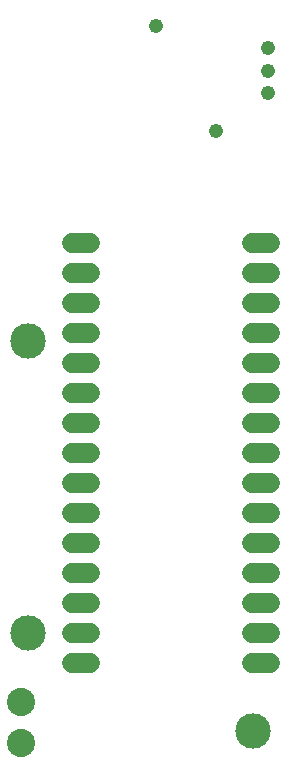
<source format=gbs>
G75*
%MOIN*%
%OFA0B0*%
%FSLAX24Y24*%
%IPPOS*%
%LPD*%
%AMOC8*
5,1,8,0,0,1.08239X$1,22.5*
%
%ADD10C,0.1182*%
%ADD11C,0.0680*%
%ADD12C,0.0940*%
%ADD13C,0.0476*%
D10*
X002519Y004680D03*
X002519Y014430D03*
X010019Y001430D03*
D11*
X009969Y003680D02*
X010569Y003680D01*
X010569Y004680D02*
X009969Y004680D01*
X009969Y005680D02*
X010569Y005680D01*
X010569Y006680D02*
X009969Y006680D01*
X009969Y007680D02*
X010569Y007680D01*
X010569Y008680D02*
X009969Y008680D01*
X009969Y009680D02*
X010569Y009680D01*
X010569Y010680D02*
X009969Y010680D01*
X009969Y011680D02*
X010569Y011680D01*
X010569Y012680D02*
X009969Y012680D01*
X009969Y013680D02*
X010569Y013680D01*
X010569Y014680D02*
X009969Y014680D01*
X009969Y015680D02*
X010569Y015680D01*
X010569Y016680D02*
X009969Y016680D01*
X009969Y017680D02*
X010569Y017680D01*
X004569Y017680D02*
X003969Y017680D01*
X003969Y016680D02*
X004569Y016680D01*
X004569Y015680D02*
X003969Y015680D01*
X003969Y014680D02*
X004569Y014680D01*
X004569Y013680D02*
X003969Y013680D01*
X003969Y012680D02*
X004569Y012680D01*
X004569Y011680D02*
X003969Y011680D01*
X003969Y010680D02*
X004569Y010680D01*
X004569Y009680D02*
X003969Y009680D01*
X003969Y008680D02*
X004569Y008680D01*
X004569Y007680D02*
X003969Y007680D01*
X003969Y006680D02*
X004569Y006680D01*
X004569Y005680D02*
X003969Y005680D01*
X003969Y004680D02*
X004569Y004680D01*
X004569Y003680D02*
X003969Y003680D01*
D12*
X002269Y001011D03*
X002269Y002389D03*
D13*
X008769Y021430D03*
X010519Y022680D03*
X010519Y023430D03*
X010519Y024180D03*
X006769Y024930D03*
M02*

</source>
